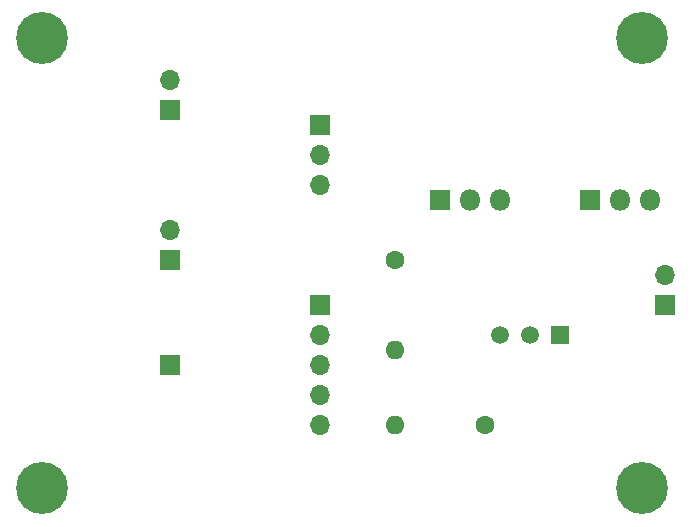
<source format=gbr>
G04 #@! TF.GenerationSoftware,KiCad,Pcbnew,5.0.0-fee4fd1~65~ubuntu17.10.1*
G04 #@! TF.CreationDate,2018-12-28T18:32:25-05:00*
G04 #@! TF.ProjectId,resetter,72657365747465722E6B696361645F70,rev?*
G04 #@! TF.SameCoordinates,Original*
G04 #@! TF.FileFunction,Copper,L1,Top,Signal*
G04 #@! TF.FilePolarity,Positive*
%FSLAX46Y46*%
G04 Gerber Fmt 4.6, Leading zero omitted, Abs format (unit mm)*
G04 Created by KiCad (PCBNEW 5.0.0-fee4fd1~65~ubuntu17.10.1) date Fri Dec 28 18:32:25 2018*
%MOMM*%
%LPD*%
G01*
G04 APERTURE LIST*
G04 #@! TA.AperFunction,ComponentPad*
%ADD10O,1.700000X1.700000*%
G04 #@! TD*
G04 #@! TA.AperFunction,ComponentPad*
%ADD11R,1.700000X1.700000*%
G04 #@! TD*
G04 #@! TA.AperFunction,ComponentPad*
%ADD12O,1.800000X1.800000*%
G04 #@! TD*
G04 #@! TA.AperFunction,ComponentPad*
%ADD13R,1.800000X1.800000*%
G04 #@! TD*
G04 #@! TA.AperFunction,ComponentPad*
%ADD14O,1.600000X1.600000*%
G04 #@! TD*
G04 #@! TA.AperFunction,ComponentPad*
%ADD15C,1.600000*%
G04 #@! TD*
G04 #@! TA.AperFunction,ComponentPad*
%ADD16R,1.520000X1.520000*%
G04 #@! TD*
G04 #@! TA.AperFunction,ComponentPad*
%ADD17C,1.520000*%
G04 #@! TD*
G04 #@! TA.AperFunction,ComponentPad*
%ADD18C,4.400000*%
G04 #@! TD*
G04 APERTURE END LIST*
D10*
G04 #@! TO.P,J1,2*
G04 #@! TO.N,GND*
X56515000Y-46037500D03*
D11*
G04 #@! TO.P,J1,1*
G04 #@! TO.N,Net-(J1-Pad1)*
X56515000Y-48577500D03*
G04 #@! TD*
G04 #@! TO.P,J2,1*
G04 #@! TO.N,Net-(J2-Pad1)*
X56515000Y-57467500D03*
G04 #@! TD*
G04 #@! TO.P,J3,1*
G04 #@! TO.N,GND*
X98425000Y-52387500D03*
D10*
G04 #@! TO.P,J3,2*
G04 #@! TO.N,Net-(J3-Pad2)*
X98425000Y-49847500D03*
G04 #@! TD*
G04 #@! TO.P,J4,2*
G04 #@! TO.N,Net-(J4-Pad2)*
X56515000Y-33337500D03*
D11*
G04 #@! TO.P,J4,1*
G04 #@! TO.N,GND*
X56515000Y-35877500D03*
G04 #@! TD*
D12*
G04 #@! TO.P,Q2,3*
G04 #@! TO.N,Net-(Q2-Pad3)*
X84455000Y-43497500D03*
G04 #@! TO.P,Q2,2*
G04 #@! TO.N,Net-(J4-Pad2)*
X81915000Y-43497500D03*
D13*
G04 #@! TO.P,Q2,1*
G04 #@! TO.N,Net-(Q1-Pad3)*
X79375000Y-43497500D03*
G04 #@! TD*
G04 #@! TO.P,Q3,1*
G04 #@! TO.N,Net-(Q1-Pad3)*
X92075000Y-43497500D03*
D12*
G04 #@! TO.P,Q3,2*
G04 #@! TO.N,Net-(J3-Pad2)*
X94615000Y-43497500D03*
G04 #@! TO.P,Q3,3*
G04 #@! TO.N,Net-(Q2-Pad3)*
X97155000Y-43497500D03*
G04 #@! TD*
D14*
G04 #@! TO.P,R1,2*
G04 #@! TO.N,Net-(R1-Pad2)*
X75565000Y-62547500D03*
D15*
G04 #@! TO.P,R1,1*
G04 #@! TO.N,Net-(Q1-Pad2)*
X83185000Y-62547500D03*
G04 #@! TD*
G04 #@! TO.P,R2,1*
G04 #@! TO.N,Net-(J4-Pad2)*
X75565000Y-48577500D03*
D14*
G04 #@! TO.P,R2,2*
G04 #@! TO.N,Net-(Q1-Pad3)*
X75565000Y-56197500D03*
G04 #@! TD*
D10*
G04 #@! TO.P,U1,3*
G04 #@! TO.N,Net-(U1-Pad3)*
X69215000Y-42227500D03*
G04 #@! TO.P,U1,2*
G04 #@! TO.N,GND*
X69215000Y-39687500D03*
D11*
G04 #@! TO.P,U1,1*
G04 #@! TO.N,Net-(J4-Pad2)*
X69215000Y-37147500D03*
G04 #@! TD*
D10*
G04 #@! TO.P,U2,5*
G04 #@! TO.N,Net-(J2-Pad1)*
X69215000Y-62547500D03*
G04 #@! TO.P,U2,4*
G04 #@! TO.N,Net-(R1-Pad2)*
X69215000Y-60007500D03*
G04 #@! TO.P,U2,3*
G04 #@! TO.N,Net-(J1-Pad1)*
X69215000Y-57467500D03*
G04 #@! TO.P,U2,2*
G04 #@! TO.N,GND*
X69215000Y-54927500D03*
D11*
G04 #@! TO.P,U2,1*
G04 #@! TO.N,Net-(U1-Pad3)*
X69215000Y-52387500D03*
G04 #@! TD*
D16*
G04 #@! TO.P,Q1,1*
G04 #@! TO.N,GND*
X89535000Y-54927500D03*
D17*
G04 #@! TO.P,Q1,3*
G04 #@! TO.N,Net-(Q1-Pad3)*
X84455000Y-54927500D03*
G04 #@! TO.P,Q1,2*
G04 #@! TO.N,Net-(Q1-Pad2)*
X86995000Y-54927500D03*
G04 #@! TD*
D18*
G04 #@! TO.P,MK1,1*
G04 #@! TO.N,N/C*
X45720000Y-29845000D03*
G04 #@! TD*
G04 #@! TO.P,MK2,1*
G04 #@! TO.N,N/C*
X96520000Y-67945000D03*
G04 #@! TD*
G04 #@! TO.P,MK3,1*
G04 #@! TO.N,N/C*
X96520000Y-29845000D03*
G04 #@! TD*
G04 #@! TO.P,MK4,1*
G04 #@! TO.N,N/C*
X45720000Y-67945000D03*
G04 #@! TD*
M02*

</source>
